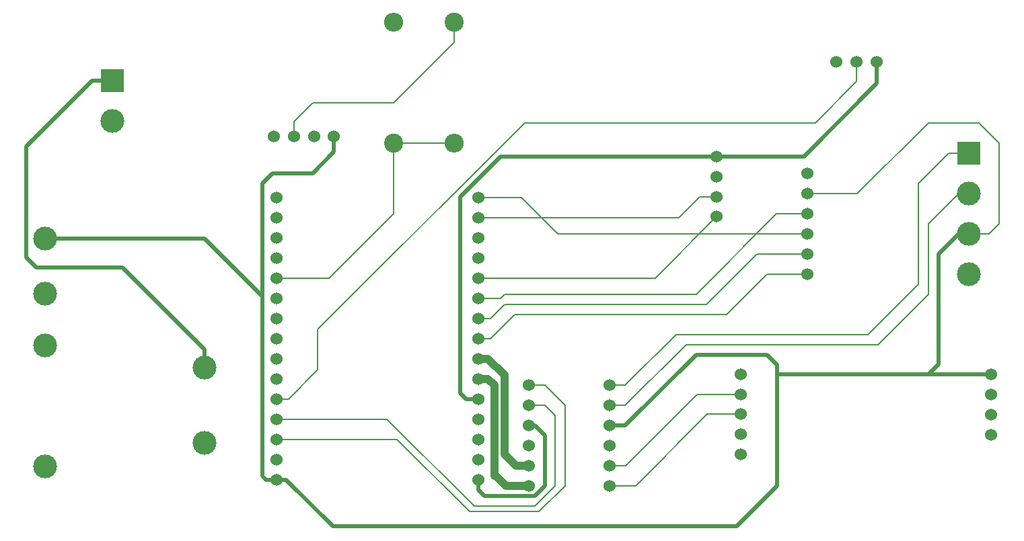
<source format=gbr>
%TF.GenerationSoftware,KiCad,Pcbnew,8.0.4*%
%TF.CreationDate,2024-11-11T21:26:13-05:00*%
%TF.ProjectId,Calidad_aire,43616c69-6461-4645-9f61-6972652e6b69,rev?*%
%TF.SameCoordinates,Original*%
%TF.FileFunction,Copper,L2,Bot*%
%TF.FilePolarity,Positive*%
%FSLAX46Y46*%
G04 Gerber Fmt 4.6, Leading zero omitted, Abs format (unit mm)*
G04 Created by KiCad (PCBNEW 8.0.4) date 2024-11-11 21:26:13*
%MOMM*%
%LPD*%
G01*
G04 APERTURE LIST*
%TA.AperFunction,ComponentPad*%
%ADD10C,3.000000*%
%TD*%
%TA.AperFunction,ComponentPad*%
%ADD11R,3.000000X3.000000*%
%TD*%
%TA.AperFunction,ComponentPad*%
%ADD12C,1.530000*%
%TD*%
%TA.AperFunction,ComponentPad*%
%ADD13C,2.400000*%
%TD*%
%TA.AperFunction,ComponentPad*%
%ADD14O,2.400000X2.400000*%
%TD*%
%TA.AperFunction,Conductor*%
%ADD15C,0.200000*%
%TD*%
%TA.AperFunction,Conductor*%
%ADD16C,0.500000*%
%TD*%
%TA.AperFunction,Conductor*%
%ADD17C,1.000000*%
%TD*%
G04 APERTURE END LIST*
D10*
%TO.P,U3,1,VOUT+*%
%TO.N,5V*%
X148375000Y-108175000D03*
%TO.P,U3,2,VOUT-*%
%TO.N,GND*%
X148375000Y-115075000D03*
%TO.P,U3,3,IN+*%
%TO.N,unconnected-(U3-IN+-Pad3)*%
X148375000Y-121575000D03*
%TO.P,U3,4,IN-*%
%TO.N,unconnected-(U3-IN--Pad4)*%
X148375000Y-136875000D03*
%TO.P,U3,5,BAT+*%
%TO.N,Net-(BT1-+)*%
X168475000Y-124375000D03*
%TO.P,U3,6,BAT-*%
%TO.N,GND*%
X168475000Y-133875000D03*
%TD*%
D11*
%TO.P,BT1,1,+*%
%TO.N,Net-(BT1-+)*%
X156845000Y-88265000D03*
D10*
%TO.P,BT1,2,-*%
%TO.N,GND*%
X156845000Y-93345000D03*
%TD*%
D12*
%TO.P,A1,1,5V*%
%TO.N,5V*%
X184745000Y-95250000D03*
%TO.P,A1,2,GND*%
%TO.N,GND*%
X177165000Y-95250000D03*
%TO.P,A1,3,DO*%
%TO.N,Net-(A1-DO)*%
X179705000Y-95250000D03*
%TO.P,A1,4,AO*%
%TO.N,unconnected-(A1-AO-Pad4)*%
X182245000Y-95250000D03*
%TD*%
D11*
%TO.P,A2,1,RX*%
%TO.N,TX0_5V*%
X264635000Y-97380000D03*
D10*
%TO.P,A2,2,TX*%
%TO.N,RX0_5V*%
X264635000Y-102460000D03*
%TO.P,A2,3,5V*%
%TO.N,5V*%
X264635000Y-107540000D03*
%TO.P,A2,4,GND*%
%TO.N,GND*%
X264635000Y-112620000D03*
%TD*%
D12*
%TO.P,A4,1,SDA*%
%TO.N,SDA*%
X232885000Y-105370000D03*
%TO.P,A4,2,SCK*%
%TO.N,SCK*%
X232885000Y-102870000D03*
%TO.P,A4,3,VCC*%
%TO.N,3.3V*%
X232885000Y-97790000D03*
%TO.P,A4,4,GND*%
%TO.N,GND*%
X232885000Y-100330000D03*
%TD*%
D13*
%TO.P,R1,1*%
%TO.N,Net-(A1-DO)*%
X199865000Y-80870000D03*
D14*
%TO.P,R1,2*%
%TO.N,AO_MQ_135*%
X199865000Y-96110000D03*
%TD*%
D12*
%TO.P,J1,1,5V*%
%TO.N,5V*%
X244315000Y-102500000D03*
%TO.P,J1,2,CS*%
%TO.N,SD_SS*%
X244315000Y-112620000D03*
%TO.P,J1,3,MOSI*%
%TO.N,SD_MOSI*%
X244315000Y-107540000D03*
%TO.P,J1,4,CLK*%
%TO.N,SD_CLK*%
X244315000Y-110080000D03*
%TO.P,J1,5,MISO*%
%TO.N,SD_MISO*%
X244315000Y-105040000D03*
%TO.P,J1,6,GND*%
%TO.N,GND*%
X244315000Y-99960000D03*
%TD*%
D13*
%TO.P,R2,1*%
%TO.N,AO_MQ_135*%
X192245000Y-96110000D03*
D14*
%TO.P,R2,2*%
%TO.N,GND*%
X192245000Y-80870000D03*
%TD*%
D12*
%TO.P,A3,*%
%TO.N,*%
X267470000Y-132850000D03*
X267470000Y-130310000D03*
X235990000Y-135360000D03*
X235990000Y-132820000D03*
X235990000Y-125240000D03*
%TO.P,A3,1,RX*%
%TO.N,TX2_5V*%
X235990000Y-127780000D03*
%TO.P,A3,2,TX*%
%TO.N,RX2_5V*%
X235990000Y-130280000D03*
%TO.P,A3,3,5V*%
%TO.N,5V*%
X267470000Y-125230000D03*
%TO.P,A3,4,GND*%
%TO.N,GND*%
X267470000Y-127770000D03*
%TD*%
%TO.P,U2,*%
%TO.N,*%
X209265000Y-134210000D03*
%TO.P,U2,1,VCCA*%
%TO.N,5V*%
X219425000Y-131710000D03*
%TO.P,U2,2,A1*%
%TO.N,TX0_5V*%
X219425000Y-126630000D03*
%TO.P,U2,3,A2*%
%TO.N,RX0_5V*%
X219425000Y-129170000D03*
%TO.P,U2,4,A3*%
%TO.N,TX2_5V*%
X219425000Y-136750000D03*
%TO.P,U2,5,A4*%
%TO.N,RX2_5V*%
X219425000Y-139290000D03*
%TO.P,U2,7,GND*%
%TO.N,GND*%
X219425000Y-134210000D03*
%TO.P,U2,10,B4*%
%TO.N,RX2_3V*%
X209265000Y-139290000D03*
%TO.P,U2,11,B3*%
%TO.N,TX2_3V*%
X209265000Y-136750000D03*
%TO.P,U2,12,B2*%
%TO.N,RX0_3V*%
X209265000Y-129130000D03*
%TO.P,U2,13,B1*%
%TO.N,TX0_3V*%
X209265000Y-126590000D03*
%TO.P,U2,14,VCCB*%
%TO.N,3.3V*%
X209265000Y-131670000D03*
%TD*%
%TO.P,A5,1,VDD*%
%TO.N,3.3V*%
X253075000Y-85900000D03*
%TO.P,A5,2,DATA*%
%TO.N,DHT_22*%
X250535000Y-85900000D03*
%TO.P,A5,3,GND*%
%TO.N,GND*%
X247995000Y-85900000D03*
%TD*%
%TO.P,U1,1,EN*%
%TO.N,unconnected-(U1-EN-Pad1)*%
X177560000Y-102940000D03*
%TO.P,U1,2,GPIO36_ADC-CH0_SENS-VP_RTC-GPIO0*%
%TO.N,unconnected-(U1-GPIO36_ADC-CH0_SENS-VP_RTC-GPIO0-Pad2)*%
X177560000Y-105480000D03*
%TO.P,U1,3,GPIO39_ADC1-CH3_SENS-VN_RTC-GPIO3*%
%TO.N,unconnected-(U1-GPIO39_ADC1-CH3_SENS-VN_RTC-GPIO3-Pad3)*%
X177560000Y-108020000D03*
%TO.P,U1,4,GPIO34_ADC1-CH6_RTC-GPIO4*%
%TO.N,unconnected-(U1-GPIO34_ADC1-CH6_RTC-GPIO4-Pad4)*%
X177560000Y-110560000D03*
%TO.P,U1,5,GPIO35_ADC1-CH7_RTC-GPIO5*%
%TO.N,AO_MQ_135*%
X177560000Y-113100000D03*
%TO.P,U1,6,GPIO32_ADC1-CH4_RTC-GPIO9*%
%TO.N,unconnected-(U1-GPIO32_ADC1-CH4_RTC-GPIO9-Pad6)*%
X177560000Y-115640000D03*
%TO.P,U1,7,GPIO33_ADC1-CH5_RTC-GPIO8*%
%TO.N,unconnected-(U1-GPIO33_ADC1-CH5_RTC-GPIO8-Pad7)*%
X177560000Y-118180000D03*
%TO.P,U1,8,GPIO25_ADC2-CH8_DAC1_RTC-GPIO6*%
%TO.N,unconnected-(U1-GPIO25_ADC2-CH8_DAC1_RTC-GPIO6-Pad8)*%
X177560000Y-120720000D03*
%TO.P,U1,9,GPIO26_ADC2-CH9_DAC2_RTC-GPIO7*%
%TO.N,unconnected-(U1-GPIO26_ADC2-CH9_DAC2_RTC-GPIO7-Pad9)*%
X177560000Y-123260000D03*
%TO.P,U1,10,GPIO27_ADC2-CH7_RTC-GPIO17*%
%TO.N,unconnected-(U1-GPIO27_ADC2-CH7_RTC-GPIO17-Pad10)*%
X177560000Y-125800000D03*
%TO.P,U1,11,GPIO14_ADC2-CH6_HSPI-CLK_RTC-GPIO16*%
%TO.N,DHT_22*%
X177560000Y-128340000D03*
%TO.P,U1,12,GPIO12_ADC2-CH5_HSPI-MISO_RTC-GPIO15*%
%TO.N,RX0_3V*%
X177560000Y-130880000D03*
%TO.P,U1,13,GPIO13_ADC2-CH4_HSPI-MOSI_RTC-GPIO14*%
%TO.N,TX0_3V*%
X177560000Y-133420000D03*
%TO.P,U1,14,GND*%
%TO.N,GND*%
X177560000Y-135960000D03*
%TO.P,U1,15,VIN*%
%TO.N,5V*%
X177560000Y-138500000D03*
%TO.P,U1,16,3V3*%
%TO.N,3.3V*%
X202960000Y-138500000D03*
%TO.P,U1,17,GND*%
%TO.N,unconnected-(U1-GND-Pad17)*%
X202960000Y-135960000D03*
%TO.P,U1,18,GPIO15_ADC2-CH3_HSPI-CS0_RTC-GPIO13*%
%TO.N,unconnected-(U1-GPIO15_ADC2-CH3_HSPI-CS0_RTC-GPIO13-Pad18)*%
X202960000Y-133420000D03*
%TO.P,U1,19,GPIO2_ADC2-CH2_RTC-GPIO12*%
%TO.N,unconnected-(U1-GPIO2_ADC2-CH2_RTC-GPIO12-Pad19)*%
X202960000Y-130880000D03*
%TO.P,U1,20,GPIO4_ADC2-CH0_RTC-GPIO10*%
%TO.N,3.3V*%
X202960000Y-128340000D03*
%TO.P,U1,21,GPIO16_UART2-RX*%
%TO.N,RX2_3V*%
X202960000Y-125800000D03*
%TO.P,U1,22,GPIO17_UART2-TX*%
%TO.N,TX2_3V*%
X202960000Y-123260000D03*
%TO.P,U1,23,GPIO5_VSPI-CS0*%
%TO.N,SD_SS*%
X202960000Y-120720000D03*
%TO.P,U1,24,GPIO18_VSPI-CLK*%
%TO.N,SD_CLK*%
X202960000Y-118180000D03*
%TO.P,U1,25,GPIO19_VSPI-MISO*%
%TO.N,SD_MISO*%
X202960000Y-115640000D03*
%TO.P,U1,26,GPIO21_I2C-SDA*%
%TO.N,SDA*%
X202960000Y-113100000D03*
%TO.P,U1,27,GPIO3__UART0-RX*%
%TO.N,unconnected-(U1-GPIO3__UART0-RX-Pad27)*%
X202960000Y-110560000D03*
%TO.P,U1,28,GPIO1_UART0-TX*%
%TO.N,unconnected-(U1-GPIO1_UART0-TX-Pad28)*%
X202960000Y-108020000D03*
%TO.P,U1,29,GPIO22_I2C-SCL*%
%TO.N,SCK*%
X202960000Y-105480000D03*
%TO.P,U1,30,GPIO23_VSPI-MOSI*%
%TO.N,SD_MOSI*%
X202960000Y-102940000D03*
%TD*%
D15*
%TO.N,SD_MOSI*%
X208350000Y-102940000D02*
X202960000Y-102940000D01*
X244315000Y-107540000D02*
X212950000Y-107540000D01*
X212950000Y-107540000D02*
X208350000Y-102940000D01*
%TD*%
D10*
%TO.P,U3,1,VOUT+*%
%TO.N,5V*%
X148375000Y-108175000D03*
%TO.P,U3,2,VOUT-*%
%TO.N,GND*%
X148375000Y-115075000D03*
%TO.P,U3,3,IN+*%
%TO.N,unconnected-(U3-IN+-Pad3)*%
X148375000Y-121575000D03*
%TO.P,U3,4,IN-*%
%TO.N,unconnected-(U3-IN--Pad4)*%
X148375000Y-136875000D03*
%TO.P,U3,5,BAT+*%
%TO.N,Net-(BT1-+)*%
X168475000Y-124375000D03*
%TO.P,U3,6,BAT-*%
%TO.N,GND*%
X168475000Y-133875000D03*
%TD*%
D11*
%TO.P,BT1,1,+*%
%TO.N,Net-(BT1-+)*%
X156845000Y-88265000D03*
D10*
%TO.P,BT1,2,-*%
%TO.N,GND*%
X156845000Y-93345000D03*
%TD*%
D12*
%TO.P,A1,1,5V*%
%TO.N,5V*%
X184745000Y-95250000D03*
%TO.P,A1,2,GND*%
%TO.N,GND*%
X177165000Y-95250000D03*
%TO.P,A1,3,DO*%
%TO.N,Net-(A1-DO)*%
X179705000Y-95250000D03*
%TO.P,A1,4,AO*%
%TO.N,unconnected-(A1-AO-Pad4)*%
X182245000Y-95250000D03*
%TD*%
D11*
%TO.P,A2,1,RX*%
%TO.N,TX0_5V*%
X264635000Y-97380000D03*
D10*
%TO.P,A2,2,TX*%
%TO.N,RX0_5V*%
X264635000Y-102460000D03*
%TO.P,A2,3,5V*%
%TO.N,5V*%
X264635000Y-107540000D03*
%TO.P,A2,4,GND*%
%TO.N,GND*%
X264635000Y-112620000D03*
%TD*%
D12*
%TO.P,A4,1,SDA*%
%TO.N,SDA*%
X232885000Y-105370000D03*
%TO.P,A4,2,SCK*%
%TO.N,SCK*%
X232885000Y-102870000D03*
%TO.P,A4,3,VCC*%
%TO.N,3.3V*%
X232885000Y-97790000D03*
%TO.P,A4,4,GND*%
%TO.N,GND*%
X232885000Y-100330000D03*
%TD*%
D13*
%TO.P,R1,1*%
%TO.N,Net-(A1-DO)*%
X199865000Y-80870000D03*
D14*
%TO.P,R1,2*%
%TO.N,AO_MQ_135*%
X199865000Y-96110000D03*
%TD*%
D12*
%TO.P,J1,1,5V*%
%TO.N,5V*%
X244315000Y-102500000D03*
%TO.P,J1,2,CS*%
%TO.N,SD_SS*%
X244315000Y-112620000D03*
%TO.P,J1,3,MOSI*%
%TO.N,SD_MOSI*%
X244315000Y-107540000D03*
%TO.P,J1,4,CLK*%
%TO.N,SD_CLK*%
X244315000Y-110080000D03*
%TO.P,J1,5,MISO*%
%TO.N,SD_MISO*%
X244315000Y-105040000D03*
%TO.P,J1,6,GND*%
%TO.N,GND*%
X244315000Y-99960000D03*
%TD*%
D13*
%TO.P,R2,1*%
%TO.N,AO_MQ_135*%
X192245000Y-96110000D03*
D14*
%TO.P,R2,2*%
%TO.N,GND*%
X192245000Y-80870000D03*
%TD*%
D12*
%TO.P,A3,*%
%TO.N,*%
X267470000Y-132850000D03*
X267470000Y-130310000D03*
X235990000Y-135360000D03*
X235990000Y-132820000D03*
X235990000Y-125240000D03*
%TO.P,A3,1,RX*%
%TO.N,TX2_5V*%
X235990000Y-127780000D03*
%TO.P,A3,2,TX*%
%TO.N,RX2_5V*%
X235990000Y-130280000D03*
%TO.P,A3,3,5V*%
%TO.N,5V*%
X267470000Y-125230000D03*
%TO.P,A3,4,GND*%
%TO.N,GND*%
X267470000Y-127770000D03*
%TD*%
%TO.P,U2,*%
%TO.N,*%
X209265000Y-134210000D03*
%TO.P,U2,1,VCCA*%
%TO.N,5V*%
X219425000Y-131710000D03*
%TO.P,U2,2,A1*%
%TO.N,TX0_5V*%
X219425000Y-126630000D03*
%TO.P,U2,3,A2*%
%TO.N,RX0_5V*%
X219425000Y-129170000D03*
%TO.P,U2,4,A3*%
%TO.N,TX2_5V*%
X219425000Y-136750000D03*
%TO.P,U2,5,A4*%
%TO.N,RX2_5V*%
X219425000Y-139290000D03*
%TO.P,U2,7,GND*%
%TO.N,GND*%
X219425000Y-134210000D03*
%TO.P,U2,10,B4*%
%TO.N,RX2_3V*%
X209265000Y-139290000D03*
%TO.P,U2,11,B3*%
%TO.N,TX2_3V*%
X209265000Y-136750000D03*
%TO.P,U2,12,B2*%
%TO.N,RX0_3V*%
X209265000Y-129130000D03*
%TO.P,U2,13,B1*%
%TO.N,TX0_3V*%
X209265000Y-126590000D03*
%TO.P,U2,14,VCCB*%
%TO.N,3.3V*%
X209265000Y-131670000D03*
%TD*%
%TO.P,A5,1,VDD*%
%TO.N,3.3V*%
X253075000Y-85900000D03*
%TO.P,A5,2,DATA*%
%TO.N,DHT_22*%
X250535000Y-85900000D03*
%TO.P,A5,3,GND*%
%TO.N,GND*%
X247995000Y-85900000D03*
%TD*%
%TO.P,U1,1,EN*%
%TO.N,unconnected-(U1-EN-Pad1)*%
X177560000Y-102940000D03*
%TO.P,U1,2,GPIO36_ADC-CH0_SENS-VP_RTC-GPIO0*%
%TO.N,unconnected-(U1-GPIO36_ADC-CH0_SENS-VP_RTC-GPIO0-Pad2)*%
X177560000Y-105480000D03*
%TO.P,U1,3,GPIO39_ADC1-CH3_SENS-VN_RTC-GPIO3*%
%TO.N,unconnected-(U1-GPIO39_ADC1-CH3_SENS-VN_RTC-GPIO3-Pad3)*%
X177560000Y-108020000D03*
%TO.P,U1,4,GPIO34_ADC1-CH6_RTC-GPIO4*%
%TO.N,unconnected-(U1-GPIO34_ADC1-CH6_RTC-GPIO4-Pad4)*%
X177560000Y-110560000D03*
%TO.P,U1,5,GPIO35_ADC1-CH7_RTC-GPIO5*%
%TO.N,AO_MQ_135*%
X177560000Y-113100000D03*
%TO.P,U1,6,GPIO32_ADC1-CH4_RTC-GPIO9*%
%TO.N,unconnected-(U1-GPIO32_ADC1-CH4_RTC-GPIO9-Pad6)*%
X177560000Y-115640000D03*
%TO.P,U1,7,GPIO33_ADC1-CH5_RTC-GPIO8*%
%TO.N,unconnected-(U1-GPIO33_ADC1-CH5_RTC-GPIO8-Pad7)*%
X177560000Y-118180000D03*
%TO.P,U1,8,GPIO25_ADC2-CH8_DAC1_RTC-GPIO6*%
%TO.N,unconnected-(U1-GPIO25_ADC2-CH8_DAC1_RTC-GPIO6-Pad8)*%
X177560000Y-120720000D03*
%TO.P,U1,9,GPIO26_ADC2-CH9_DAC2_RTC-GPIO7*%
%TO.N,unconnected-(U1-GPIO26_ADC2-CH9_DAC2_RTC-GPIO7-Pad9)*%
X177560000Y-123260000D03*
%TO.P,U1,10,GPIO27_ADC2-CH7_RTC-GPIO17*%
%TO.N,unconnected-(U1-GPIO27_ADC2-CH7_RTC-GPIO17-Pad10)*%
X177560000Y-125800000D03*
%TO.P,U1,11,GPIO14_ADC2-CH6_HSPI-CLK_RTC-GPIO16*%
%TO.N,DHT_22*%
X177560000Y-128340000D03*
%TO.P,U1,12,GPIO12_ADC2-CH5_HSPI-MISO_RTC-GPIO15*%
%TO.N,RX0_3V*%
X177560000Y-130880000D03*
%TO.P,U1,13,GPIO13_ADC2-CH4_HSPI-MOSI_RTC-GPIO14*%
%TO.N,TX0_3V*%
X177560000Y-133420000D03*
%TO.P,U1,14,GND*%
%TO.N,GND*%
X177560000Y-135960000D03*
%TO.P,U1,15,VIN*%
%TO.N,5V*%
X177560000Y-138500000D03*
%TO.P,U1,16,3V3*%
%TO.N,3.3V*%
X202960000Y-138500000D03*
%TO.P,U1,17,GND*%
%TO.N,unconnected-(U1-GND-Pad17)*%
X202960000Y-135960000D03*
%TO.P,U1,18,GPIO15_ADC2-CH3_HSPI-CS0_RTC-GPIO13*%
%TO.N,unconnected-(U1-GPIO15_ADC2-CH3_HSPI-CS0_RTC-GPIO13-Pad18)*%
X202960000Y-133420000D03*
%TO.P,U1,19,GPIO2_ADC2-CH2_RTC-GPIO12*%
%TO.N,unconnected-(U1-GPIO2_ADC2-CH2_RTC-GPIO12-Pad19)*%
X202960000Y-130880000D03*
%TO.P,U1,20,GPIO4_ADC2-CH0_RTC-GPIO10*%
%TO.N,3.3V*%
X202960000Y-128340000D03*
%TO.P,U1,21,GPIO16_UART2-RX*%
%TO.N,RX2_3V*%
X202960000Y-125800000D03*
%TO.P,U1,22,GPIO17_UART2-TX*%
%TO.N,TX2_3V*%
X202960000Y-123260000D03*
%TO.P,U1,23,GPIO5_VSPI-CS0*%
%TO.N,SD_SS*%
X202960000Y-120720000D03*
%TO.P,U1,24,GPIO18_VSPI-CLK*%
%TO.N,SD_CLK*%
X202960000Y-118180000D03*
%TO.P,U1,25,GPIO19_VSPI-MISO*%
%TO.N,SD_MISO*%
X202960000Y-115640000D03*
%TO.P,U1,26,GPIO21_I2C-SDA*%
%TO.N,SDA*%
X202960000Y-113100000D03*
%TO.P,U1,27,GPIO3__UART0-RX*%
%TO.N,unconnected-(U1-GPIO3__UART0-RX-Pad27)*%
X202960000Y-110560000D03*
%TO.P,U1,28,GPIO1_UART0-TX*%
%TO.N,unconnected-(U1-GPIO1_UART0-TX-Pad28)*%
X202960000Y-108020000D03*
%TO.P,U1,29,GPIO22_I2C-SCL*%
%TO.N,SCK*%
X202960000Y-105480000D03*
%TO.P,U1,30,GPIO23_VSPI-MOSI*%
%TO.N,SD_MOSI*%
X202960000Y-102940000D03*
%TD*%
D16*
%TO.N,3.3V*%
X201365000Y-128340000D02*
X202960000Y-128340000D01*
X200660000Y-127635000D02*
X201365000Y-128340000D01*
X200660000Y-102870000D02*
X200660000Y-127635000D01*
X205740000Y-97790000D02*
X200660000Y-102870000D01*
X232885000Y-97790000D02*
X205740000Y-97790000D01*
%TO.N,Net-(BT1-+)*%
X158115000Y-111760000D02*
X168475000Y-122120000D01*
X168475000Y-122120000D02*
X168475000Y-124375000D01*
X147320000Y-111760000D02*
X158115000Y-111760000D01*
X146050000Y-110490000D02*
X147320000Y-111760000D01*
X154305000Y-88265000D02*
X146050000Y-96520000D01*
X146050000Y-96520000D02*
X146050000Y-110490000D01*
X156845000Y-88265000D02*
X154305000Y-88265000D01*
%TO.N,5V*%
X175735000Y-115410000D02*
X175735000Y-115570000D01*
X175735000Y-115570000D02*
X175735000Y-138020000D01*
X175735000Y-101190000D02*
X175735000Y-115570000D01*
X148375000Y-108175000D02*
X168500000Y-108175000D01*
X168500000Y-108175000D02*
X175735000Y-115410000D01*
D15*
%TO.N,RX0_3V*%
X211295000Y-129130000D02*
X209265000Y-129130000D01*
X212565000Y-130400000D02*
X211295000Y-129130000D01*
X202405000Y-141830000D02*
X210025000Y-141830000D01*
X191455000Y-130880000D02*
X202405000Y-141830000D01*
X177560000Y-130880000D02*
X191455000Y-130880000D01*
X210025000Y-141830000D02*
X212565000Y-139290000D01*
X212565000Y-139290000D02*
X212565000Y-130400000D01*
%TO.N,TX0_3V*%
X201855000Y-142550000D02*
X192725000Y-133420000D01*
X192725000Y-133420000D02*
X177560000Y-133420000D01*
X210575000Y-142550000D02*
X201855000Y-142550000D01*
X213835000Y-129130000D02*
X213835000Y-139290000D01*
X213835000Y-139290000D02*
X210575000Y-142550000D01*
X211295000Y-126590000D02*
X213835000Y-129130000D01*
X209265000Y-126590000D02*
X211295000Y-126590000D01*
%TO.N,DHT_22*%
X245325000Y-93570000D02*
X208755000Y-93570000D01*
X250535000Y-88360000D02*
X245325000Y-93570000D01*
X177560000Y-128340000D02*
X179065000Y-128340000D01*
X179065000Y-128340000D02*
X182720000Y-124685000D01*
X250535000Y-85900000D02*
X250535000Y-88360000D01*
X208755000Y-93570000D02*
X182720000Y-119605000D01*
X182720000Y-124685000D02*
X182720000Y-119605000D01*
%TO.N,TX2_5V*%
X219425000Y-136750000D02*
X221455000Y-136750000D01*
X230425000Y-127780000D02*
X235990000Y-127780000D01*
X221455000Y-136750000D02*
X230425000Y-127780000D01*
%TO.N,SDA*%
X225155000Y-113100000D02*
X202960000Y-113100000D01*
X232885000Y-105370000D02*
X225155000Y-113100000D01*
%TO.N,SD_SS*%
X204465000Y-120720000D02*
X202960000Y-120720000D01*
X244315000Y-112620000D02*
X239235000Y-112620000D01*
X234155000Y-117700000D02*
X207485000Y-117700000D01*
X207485000Y-117700000D02*
X204465000Y-120720000D01*
X239235000Y-112620000D02*
X234155000Y-117700000D01*
D16*
%TO.N,3.3V*%
X253075000Y-85900000D02*
X253075000Y-88620000D01*
X211295000Y-132940000D02*
X211295000Y-139290000D01*
X203675000Y-140560000D02*
X202960000Y-139845000D01*
X210025000Y-140560000D02*
X203675000Y-140560000D01*
X253075000Y-88620000D02*
X243905000Y-97790000D01*
X209265000Y-131670000D02*
X210025000Y-131670000D01*
X202960000Y-139845000D02*
X202960000Y-138500000D01*
X211295000Y-139290000D02*
X210025000Y-140560000D01*
X243905000Y-97790000D02*
X232885000Y-97790000D01*
X210025000Y-131670000D02*
X211295000Y-132940000D01*
D15*
%TO.N,TX0_5V*%
X227805000Y-120240000D02*
X221415000Y-126630000D01*
X264635000Y-97380000D02*
X262095000Y-97380000D01*
X251935000Y-120240000D02*
X240505000Y-120240000D01*
X240505000Y-120240000D02*
X227805000Y-120240000D01*
X258285000Y-101190000D02*
X258285000Y-113890000D01*
X221415000Y-126630000D02*
X219425000Y-126630000D01*
X258285000Y-113890000D02*
X251935000Y-120240000D01*
X262095000Y-97380000D02*
X258285000Y-101190000D01*
%TO.N,RX2_5V*%
X219425000Y-139290000D02*
X222725000Y-139290000D01*
X231735000Y-130280000D02*
X235990000Y-130280000D01*
X222725000Y-139290000D02*
X231735000Y-130280000D01*
%TO.N,SD_MISO*%
X206215000Y-115160000D02*
X205735000Y-115640000D01*
X205735000Y-115640000D02*
X202960000Y-115640000D01*
X240465000Y-105040000D02*
X230345000Y-115160000D01*
X244315000Y-105040000D02*
X240465000Y-105040000D01*
X230345000Y-115160000D02*
X206215000Y-115160000D01*
%TO.N,SD_CLK*%
X237965000Y-110080000D02*
X231615000Y-116430000D01*
X204465000Y-118180000D02*
X202960000Y-118180000D01*
X231615000Y-116430000D02*
X206215000Y-116430000D01*
X244315000Y-110080000D02*
X237965000Y-110080000D01*
X206215000Y-116430000D02*
X204465000Y-118180000D01*
%TO.N,SCK*%
X232885000Y-102870000D02*
X230755000Y-102870000D01*
X228145000Y-105480000D02*
X202960000Y-105480000D01*
X230755000Y-102870000D02*
X228145000Y-105480000D01*
%TO.N,RX0_5V*%
X263365000Y-102460000D02*
X259555000Y-106270000D01*
X229075000Y-121510000D02*
X221415000Y-129170000D01*
X221415000Y-129170000D02*
X219425000Y-129170000D01*
X259555000Y-115160000D02*
X253205000Y-121510000D01*
X253205000Y-121510000D02*
X240505000Y-121510000D01*
X259555000Y-106270000D02*
X259555000Y-115160000D01*
X240505000Y-121510000D02*
X229075000Y-121510000D01*
X264635000Y-102460000D02*
X263365000Y-102460000D01*
D16*
%TO.N,5V*%
X260825000Y-123960000D02*
X259555000Y-125230000D01*
X221415000Y-131710000D02*
X230345000Y-122780000D01*
D15*
X250625000Y-102500000D02*
X244315000Y-102500000D01*
D16*
X240505000Y-139290000D02*
X235425000Y-144370000D01*
D15*
X268445000Y-106270000D02*
X268445000Y-96110000D01*
X267175000Y-107540000D02*
X268445000Y-106270000D01*
X240595000Y-125230000D02*
X240505000Y-125320000D01*
D16*
X239235000Y-122780000D02*
X240505000Y-124050000D01*
D15*
X264635000Y-107540000D02*
X263365000Y-107540000D01*
D16*
X177005000Y-99920000D02*
X175735000Y-101190000D01*
X219425000Y-131710000D02*
X221415000Y-131710000D01*
X240505000Y-125320000D02*
X240505000Y-139290000D01*
D15*
X268445000Y-96110000D02*
X265905000Y-93570000D01*
D16*
X177560000Y-138500000D02*
X178755000Y-138500000D01*
X235425000Y-144370000D02*
X184625000Y-144370000D01*
X260825000Y-110080000D02*
X260825000Y-123960000D01*
X230345000Y-122780000D02*
X239235000Y-122780000D01*
X240505000Y-124050000D02*
X240505000Y-125320000D01*
D15*
X264635000Y-107540000D02*
X267175000Y-107540000D01*
D16*
X175735000Y-138020000D02*
X176215000Y-138500000D01*
X178755000Y-138500000D02*
X184625000Y-144370000D01*
X267470000Y-125230000D02*
X259555000Y-125230000D01*
X184745000Y-97260000D02*
X182085000Y-99920000D01*
X182085000Y-99920000D02*
X177005000Y-99920000D01*
X263365000Y-107540000D02*
X260825000Y-110080000D01*
X176215000Y-138500000D02*
X177560000Y-138500000D01*
D15*
X265905000Y-93570000D02*
X259555000Y-93570000D01*
D16*
X184745000Y-95250000D02*
X184745000Y-97260000D01*
D15*
X259555000Y-93570000D02*
X250625000Y-102500000D01*
D16*
X259555000Y-125230000D02*
X240595000Y-125230000D01*
D15*
%TO.N,AO_MQ_135*%
X192245000Y-96110000D02*
X199865000Y-96110000D01*
X192245000Y-105000000D02*
X184145000Y-113100000D01*
X192245000Y-96110000D02*
X192245000Y-105000000D01*
X184145000Y-113100000D02*
X177560000Y-113100000D01*
%TO.N,Net-(A1-DO)*%
X199865000Y-83410000D02*
X192245000Y-91030000D01*
X179705000Y-93410000D02*
X179705000Y-95250000D01*
X192245000Y-91030000D02*
X182085000Y-91030000D01*
X199865000Y-80870000D02*
X199865000Y-83410000D01*
X182085000Y-91030000D02*
X179705000Y-93410000D01*
D17*
%TO.N,TX2_3V*%
X206215000Y-135330000D02*
X207635000Y-136750000D01*
X206215000Y-125320000D02*
X206215000Y-135330000D01*
X202960000Y-123260000D02*
X204155000Y-123260000D01*
X207635000Y-136750000D02*
X209265000Y-136750000D01*
X204155000Y-123260000D02*
X206215000Y-125320000D01*
%TO.N,RX2_3V*%
X202960000Y-125800000D02*
X204155000Y-125800000D01*
X206365000Y-139290000D02*
X209265000Y-139290000D01*
X204945000Y-126590000D02*
X204945000Y-138020000D01*
X205095000Y-138020000D02*
X206365000Y-139290000D01*
X204155000Y-125800000D02*
X204945000Y-126590000D01*
X204945000Y-138020000D02*
X205095000Y-138020000D01*
%TD*%
M02*

</source>
